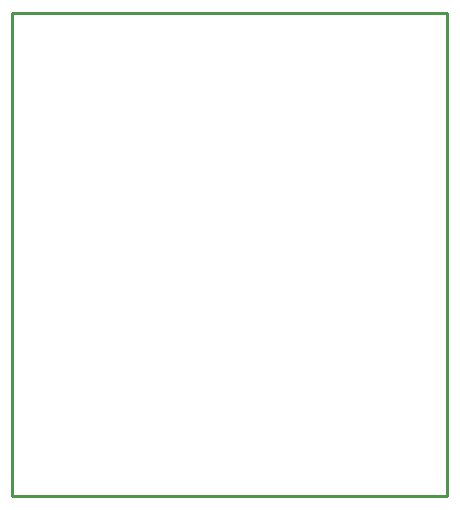
<source format=gbr>
G04 EAGLE Gerber RS-274X export*
G75*
%MOMM*%
%FSLAX34Y34*%
%LPD*%
%IN*%
%IPPOS*%
%AMOC8*
5,1,8,0,0,1.08239X$1,22.5*%
G01*
%ADD10C,0.254000*%


D10*
X-5080Y0D02*
X363220Y0D01*
X363220Y408940D01*
X-5080Y408940D01*
X-5080Y0D01*
M02*

</source>
